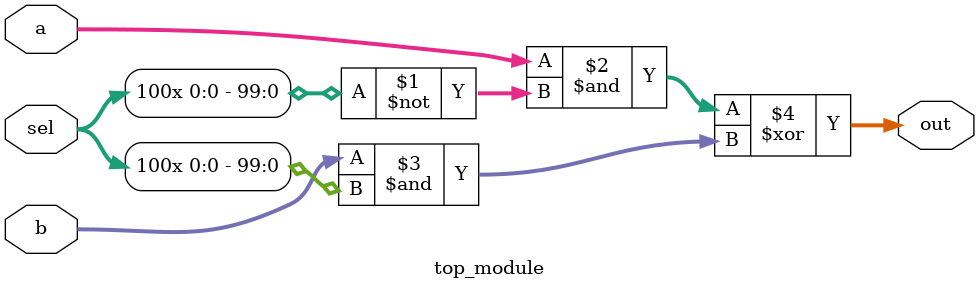
<source format=v>
/*
Create a 100-bit wide, 2-to-1 multiplexer. When sel=0, choose a. When sel=1, choose b.

Expected solution length: Around 1 line.
*/


module top_module( 
    input [99:0] a, b,
    input sel,
    output [99:0] out );


    assign out = (a & ~{100{sel}}) ^ (b & {100{sel}});

endmodule

</source>
